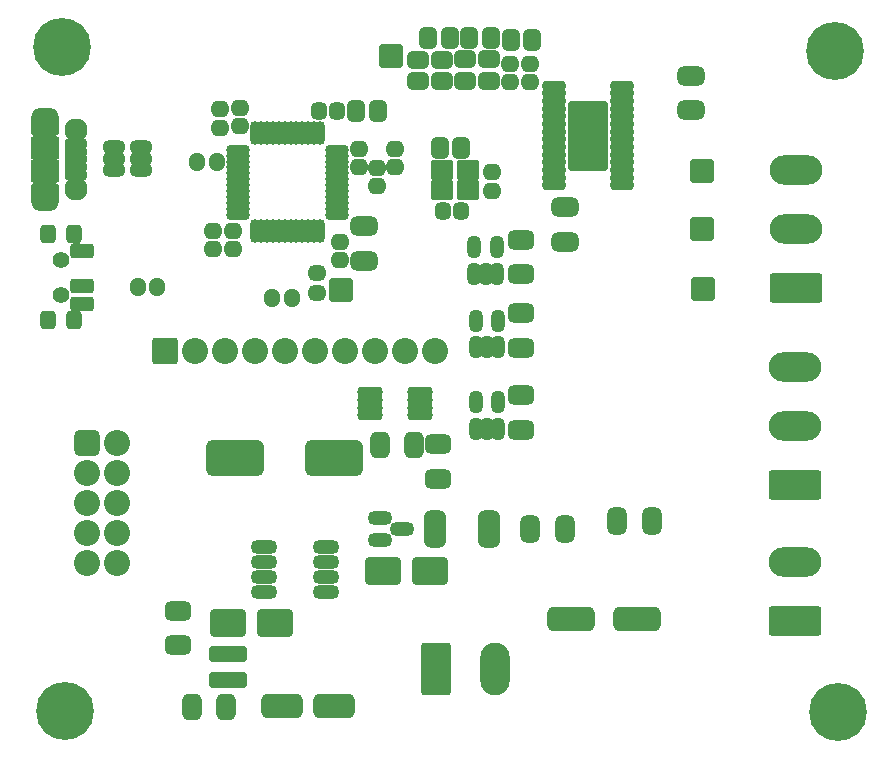
<source format=gbr>
%TF.GenerationSoftware,KiCad,Pcbnew,(6.0.5)*%
%TF.CreationDate,2022-05-23T21:52:17-04:00*%
%TF.ProjectId,HVAC_STM32_Motor_Controller,48564143-5f53-4544-9d33-325f4d6f746f,rev?*%
%TF.SameCoordinates,Original*%
%TF.FileFunction,Soldermask,Top*%
%TF.FilePolarity,Negative*%
%FSLAX46Y46*%
G04 Gerber Fmt 4.6, Leading zero omitted, Abs format (unit mm)*
G04 Created by KiCad (PCBNEW (6.0.5)) date 2022-05-23 21:52:17*
%MOMM*%
%LPD*%
G01*
G04 APERTURE LIST*
G04 Aperture macros list*
%AMRoundRect*
0 Rectangle with rounded corners*
0 $1 Rounding radius*
0 $2 $3 $4 $5 $6 $7 $8 $9 X,Y pos of 4 corners*
0 Add a 4 corners polygon primitive as box body*
4,1,4,$2,$3,$4,$5,$6,$7,$8,$9,$2,$3,0*
0 Add four circle primitives for the rounded corners*
1,1,$1+$1,$2,$3*
1,1,$1+$1,$4,$5*
1,1,$1+$1,$6,$7*
1,1,$1+$1,$8,$9*
0 Add four rect primitives between the rounded corners*
20,1,$1+$1,$2,$3,$4,$5,0*
20,1,$1+$1,$4,$5,$6,$7,0*
20,1,$1+$1,$6,$7,$8,$9,0*
20,1,$1+$1,$8,$9,$2,$3,0*%
G04 Aperture macros list end*
%ADD10RoundRect,0.504000X0.625000X-0.312500X0.625000X0.312500X-0.625000X0.312500X-0.625000X-0.312500X0*%
%ADD11RoundRect,0.504000X-0.600000X-0.600000X0.600000X-0.600000X0.600000X0.600000X-0.600000X0.600000X0*%
%ADD12C,2.208000*%
%ADD13RoundRect,0.254000X-0.750000X-0.750000X0.750000X-0.750000X0.750000X0.750000X-0.750000X0.750000X0*%
%ADD14RoundRect,0.504000X-0.650000X0.325000X-0.650000X-0.325000X0.650000X-0.325000X0.650000X0.325000X0*%
%ADD15RoundRect,0.404000X-0.512500X-0.150000X0.512500X-0.150000X0.512500X0.150000X-0.512500X0.150000X0*%
%ADD16RoundRect,0.504000X0.650000X-0.325000X0.650000X0.325000X-0.650000X0.325000X-0.650000X-0.325000X0*%
%ADD17RoundRect,0.504000X-0.262500X-0.450000X0.262500X-0.450000X0.262500X0.450000X-0.262500X0.450000X0*%
%ADD18RoundRect,0.454000X0.200000X0.275000X-0.200000X0.275000X-0.200000X-0.275000X0.200000X-0.275000X0*%
%ADD19RoundRect,0.479000X-0.250000X0.225000X-0.250000X-0.225000X0.250000X-0.225000X0.250000X0.225000X0*%
%ADD20RoundRect,0.504000X0.262500X0.450000X-0.262500X0.450000X-0.262500X-0.450000X0.262500X-0.450000X0*%
%ADD21RoundRect,0.472750X-0.256250X0.218750X-0.256250X-0.218750X0.256250X-0.218750X0.256250X0.218750X0*%
%ADD22RoundRect,0.504000X-0.450000X0.262500X-0.450000X-0.262500X0.450000X-0.262500X0.450000X0.262500X0*%
%ADD23RoundRect,0.472750X0.218750X0.256250X-0.218750X0.256250X-0.218750X-0.256250X0.218750X-0.256250X0*%
%ADD24RoundRect,0.254000X-0.700000X-0.600000X0.700000X-0.600000X0.700000X0.600000X-0.700000X0.600000X0*%
%ADD25RoundRect,0.479000X0.250000X-0.225000X0.250000X0.225000X-0.250000X0.225000X-0.250000X-0.225000X0*%
%ADD26RoundRect,0.504000X1.950000X1.000000X-1.950000X1.000000X-1.950000X-1.000000X1.950000X-1.000000X0*%
%ADD27RoundRect,0.504000X-0.625000X0.312500X-0.625000X-0.312500X0.625000X-0.312500X0.625000X0.312500X0*%
%ADD28RoundRect,0.504000X0.325000X0.650000X-0.325000X0.650000X-0.325000X-0.650000X0.325000X-0.650000X0*%
%ADD29C,4.908000*%
%ADD30RoundRect,0.254000X1.980000X-0.990000X1.980000X0.990000X-1.980000X0.990000X-1.980000X-0.990000X0*%
%ADD31O,4.468000X2.488000*%
%ADD32RoundRect,0.454000X-0.200000X-0.275000X0.200000X-0.275000X0.200000X0.275000X-0.200000X0.275000X0*%
%ADD33RoundRect,0.404000X0.150000X-0.512500X0.150000X0.512500X-0.150000X0.512500X-0.150000X-0.512500X0*%
%ADD34RoundRect,0.254000X-1.250000X-0.900000X1.250000X-0.900000X1.250000X0.900000X-1.250000X0.900000X0*%
%ADD35RoundRect,0.404000X-0.587500X-0.150000X0.587500X-0.150000X0.587500X0.150000X-0.587500X0.150000X0*%
%ADD36RoundRect,0.354000X-0.712500X-0.100000X0.712500X-0.100000X0.712500X0.100000X-0.712500X0.100000X0*%
%ADD37C,1.408000*%
%ADD38RoundRect,0.254000X-0.400000X0.500000X-0.400000X-0.500000X0.400000X-0.500000X0.400000X0.500000X0*%
%ADD39RoundRect,0.254000X-0.750000X0.350000X-0.750000X-0.350000X0.750000X-0.350000X0.750000X0.350000X0*%
%ADD40RoundRect,0.504000X-1.250000X-0.550000X1.250000X-0.550000X1.250000X0.550000X-1.250000X0.550000X0*%
%ADD41RoundRect,0.254000X-0.675000X0.200000X-0.675000X-0.200000X0.675000X-0.200000X0.675000X0.200000X0*%
%ADD42O,2.408000X1.708000*%
%ADD43RoundRect,0.254000X-0.950000X0.600000X-0.950000X-0.600000X0.950000X-0.600000X0.950000X0.600000X0*%
%ADD44RoundRect,0.254000X-0.950000X0.750000X-0.950000X-0.750000X0.950000X-0.750000X0.950000X0.750000X0*%
%ADD45C,1.958000*%
%ADD46RoundRect,0.254000X-0.990000X-1.980000X0.990000X-1.980000X0.990000X1.980000X-0.990000X1.980000X0*%
%ADD47O,2.488000X4.468000*%
%ADD48RoundRect,0.454000X-0.275000X0.200000X-0.275000X-0.200000X0.275000X-0.200000X0.275000X0.200000X0*%
%ADD49RoundRect,0.504000X0.450000X-0.262500X0.450000X0.262500X-0.450000X0.262500X-0.450000X-0.262500X0*%
%ADD50RoundRect,0.479000X0.225000X0.250000X-0.225000X0.250000X-0.225000X-0.250000X0.225000X-0.250000X0*%
%ADD51RoundRect,0.504000X-0.312500X-0.625000X0.312500X-0.625000X0.312500X0.625000X-0.312500X0.625000X0*%
%ADD52RoundRect,0.504000X0.425000X1.075000X-0.425000X1.075000X-0.425000X-1.075000X0.425000X-1.075000X0*%
%ADD53RoundRect,0.354000X0.637500X0.100000X-0.637500X0.100000X-0.637500X-0.100000X0.637500X-0.100000X0*%
%ADD54RoundRect,0.254000X1.425000X2.700000X-1.425000X2.700000X-1.425000X-2.700000X1.425000X-2.700000X0*%
%ADD55RoundRect,0.504000X-0.325000X-0.650000X0.325000X-0.650000X0.325000X0.650000X-0.325000X0.650000X0*%
%ADD56RoundRect,0.254000X0.850000X-0.850000X0.850000X0.850000X-0.850000X0.850000X-0.850000X-0.850000X0*%
%ADD57O,2.208000X2.208000*%
%ADD58RoundRect,0.504000X-1.500000X-0.550000X1.500000X-0.550000X1.500000X0.550000X-1.500000X0.550000X0*%
%ADD59RoundRect,0.404000X0.675000X0.150000X-0.675000X0.150000X-0.675000X-0.150000X0.675000X-0.150000X0*%
%ADD60RoundRect,0.504000X0.312500X0.625000X-0.312500X0.625000X-0.312500X-0.625000X0.312500X-0.625000X0*%
%ADD61RoundRect,0.254000X-1.350000X0.400000X-1.350000X-0.400000X1.350000X-0.400000X1.350000X0.400000X0*%
%ADD62RoundRect,0.329000X0.662500X0.075000X-0.662500X0.075000X-0.662500X-0.075000X0.662500X-0.075000X0*%
%ADD63RoundRect,0.329000X0.075000X0.662500X-0.075000X0.662500X-0.075000X-0.662500X0.075000X-0.662500X0*%
G04 APERTURE END LIST*
D10*
%TO.C,R4*%
X112700000Y-118462500D03*
X112700000Y-115537500D03*
%TD*%
D11*
%TO.C,J1*%
X104972500Y-101370000D03*
D12*
X107512500Y-101370000D03*
X104972500Y-103910000D03*
X107512500Y-103910000D03*
X104972500Y-106450000D03*
X107512500Y-106450000D03*
X104972500Y-108990000D03*
X107512500Y-108990000D03*
X104972500Y-111530000D03*
X107512500Y-111530000D03*
%TD*%
D13*
%TO.C,TP7*%
X157010000Y-78295000D03*
%TD*%
D14*
%TO.C,C18*%
X145400000Y-81325000D03*
X145400000Y-84275000D03*
%TD*%
D15*
%TO.C,U3*%
X107212500Y-76300000D03*
X107212500Y-77250000D03*
X107212500Y-78200000D03*
X109487500Y-78200000D03*
X109487500Y-77250000D03*
X109487500Y-76300000D03*
%TD*%
D16*
%TO.C,C1*%
X128400000Y-85925000D03*
X128400000Y-82975000D03*
%TD*%
D17*
%TO.C,R16*%
X140837500Y-67250000D03*
X142662500Y-67250000D03*
%TD*%
D18*
%TO.C,R5*%
X110925000Y-88125000D03*
X109275000Y-88125000D03*
%TD*%
D13*
%TO.C,TP1*%
X130700000Y-68600000D03*
%TD*%
D19*
%TO.C,C8*%
X116237500Y-73075000D03*
X116237500Y-74625000D03*
%TD*%
D20*
%TO.C,R7*%
X136662500Y-76350000D03*
X134837500Y-76350000D03*
%TD*%
D21*
%TO.C,L2*%
X131050000Y-76412500D03*
X131050000Y-77987500D03*
%TD*%
D22*
%TO.C,R20*%
X139000000Y-68837500D03*
X139000000Y-70662500D03*
%TD*%
D23*
%TO.C,D1*%
X126137500Y-73200000D03*
X124562500Y-73200000D03*
%TD*%
D24*
%TO.C,Y1*%
X135050000Y-79950000D03*
X137250000Y-79950000D03*
X137250000Y-78250000D03*
X135050000Y-78250000D03*
%TD*%
D25*
%TO.C,C6*%
X117337500Y-84925000D03*
X117337500Y-83375000D03*
%TD*%
D26*
%TO.C,C7*%
X125900000Y-102600000D03*
X117500000Y-102600000D03*
%TD*%
D25*
%TO.C,C4*%
X115637500Y-84925000D03*
X115637500Y-83375000D03*
%TD*%
D27*
%TO.C,R13*%
X134700000Y-101437500D03*
X134700000Y-104362500D03*
%TD*%
D28*
%TO.C,C14*%
X145400000Y-108600000D03*
X142450000Y-108600000D03*
%TD*%
D13*
%TO.C,TP6*%
X157010000Y-83195000D03*
%TD*%
D25*
%TO.C,C10*%
X129500000Y-79575000D03*
X129500000Y-78025000D03*
%TD*%
D29*
%TO.C,H2*%
X168300000Y-68100000D03*
%TD*%
D30*
%TO.C,J9*%
X164900000Y-116400000D03*
D31*
X164900000Y-111400000D03*
%TD*%
D32*
%TO.C,R6*%
X120625000Y-89050000D03*
X122275000Y-89050000D03*
%TD*%
D33*
%TO.C,U8*%
X137850000Y-93237500D03*
X138800000Y-93237500D03*
X139750000Y-93237500D03*
X139750000Y-90962500D03*
X137850000Y-90962500D03*
%TD*%
D17*
%TO.C,R19*%
X137337500Y-67000000D03*
X139162500Y-67000000D03*
%TD*%
D34*
%TO.C,D3*%
X130000000Y-112200000D03*
X134000000Y-112200000D03*
%TD*%
D35*
%TO.C,Q1*%
X129762500Y-107650000D03*
X129762500Y-109550000D03*
X131637500Y-108600000D03*
%TD*%
D36*
%TO.C,U7*%
X128887500Y-97025000D03*
X128887500Y-97675000D03*
X128887500Y-98325000D03*
X128887500Y-98975000D03*
X133112500Y-98975000D03*
X133112500Y-98325000D03*
X133112500Y-97675000D03*
X133112500Y-97025000D03*
%TD*%
D33*
%TO.C,U5*%
X137750000Y-87037500D03*
X138700000Y-87037500D03*
X139650000Y-87037500D03*
X139650000Y-84762500D03*
X137750000Y-84762500D03*
%TD*%
D37*
%TO.C,SW1*%
X102770000Y-88800000D03*
D38*
X101670000Y-83650000D03*
X103880000Y-83650000D03*
D37*
X102770000Y-85800000D03*
D38*
X103880000Y-90950000D03*
X101670000Y-90950000D03*
D39*
X104530000Y-85050000D03*
X104530000Y-88050000D03*
X104530000Y-89550000D03*
%TD*%
D40*
%TO.C,C5*%
X121500000Y-123600000D03*
X125900000Y-123600000D03*
%TD*%
D22*
%TO.C,R9*%
X133000000Y-68887500D03*
X133000000Y-70712500D03*
%TD*%
D41*
%TO.C,J5*%
X104062500Y-76025000D03*
X104062500Y-76675000D03*
X104062500Y-77325000D03*
X104062500Y-77975000D03*
X104062500Y-78625000D03*
D42*
X101362500Y-80825000D03*
D43*
X101362500Y-74425000D03*
X101362500Y-80225000D03*
D44*
X101362500Y-76325000D03*
D42*
X101362500Y-73825000D03*
D45*
X104062500Y-79825000D03*
D44*
X101362500Y-78325000D03*
D45*
X104062500Y-74825000D03*
%TD*%
D29*
%TO.C,H3*%
X168500000Y-124100000D03*
%TD*%
D25*
%TO.C,C12*%
X139250000Y-79975000D03*
X139250000Y-78425000D03*
%TD*%
D46*
%TO.C,J3*%
X134535000Y-120500000D03*
D47*
X139535000Y-120500000D03*
%TD*%
D17*
%TO.C,R1*%
X127737500Y-73262500D03*
X129562500Y-73262500D03*
%TD*%
D48*
%TO.C,R8*%
X124400000Y-86975000D03*
X124400000Y-88625000D03*
%TD*%
D10*
%TO.C,R15*%
X141700000Y-93262500D03*
X141700000Y-90337500D03*
%TD*%
D25*
%TO.C,C16*%
X142500000Y-70775000D03*
X142500000Y-69225000D03*
%TD*%
D17*
%TO.C,R14*%
X133837500Y-67000000D03*
X135662500Y-67000000D03*
%TD*%
D18*
%TO.C,R2*%
X115925000Y-77550000D03*
X114275000Y-77550000D03*
%TD*%
D49*
%TO.C,R17*%
X135000000Y-70712500D03*
X135000000Y-68887500D03*
%TD*%
D29*
%TO.C,H4*%
X103100000Y-124000000D03*
%TD*%
D30*
%TO.C,J4*%
X164920000Y-104890000D03*
D31*
X164920000Y-99890000D03*
X164920000Y-94890000D03*
%TD*%
D50*
%TO.C,C11*%
X136625000Y-81650000D03*
X135075000Y-81650000D03*
%TD*%
D13*
%TO.C,TP4*%
X157110000Y-88295000D03*
%TD*%
D19*
%TO.C,C9*%
X127950000Y-76425000D03*
X127950000Y-77975000D03*
%TD*%
D13*
%TO.C,TP5*%
X126500000Y-88400000D03*
%TD*%
D30*
%TO.C,J6*%
X165010000Y-88195000D03*
D31*
X165010000Y-83195000D03*
X165010000Y-78195000D03*
%TD*%
D51*
%TO.C,R12*%
X129737500Y-101500000D03*
X132662500Y-101500000D03*
%TD*%
D21*
%TO.C,D4*%
X140750000Y-69212500D03*
X140750000Y-70787500D03*
%TD*%
D52*
%TO.C,F1*%
X138950000Y-108600000D03*
X134450000Y-108600000D03*
%TD*%
D53*
%TO.C,U4*%
X150212500Y-79525000D03*
X150212500Y-78875000D03*
X150212500Y-78225000D03*
X150212500Y-77575000D03*
X150212500Y-76925000D03*
X150212500Y-76275000D03*
X150212500Y-75625000D03*
X150212500Y-74975000D03*
X150212500Y-74325000D03*
X150212500Y-73675000D03*
X150212500Y-73025000D03*
X150212500Y-72375000D03*
X150212500Y-71725000D03*
X150212500Y-71075000D03*
X144487500Y-71075000D03*
X144487500Y-71725000D03*
X144487500Y-72375000D03*
X144487500Y-73025000D03*
X144487500Y-73675000D03*
X144487500Y-74325000D03*
X144487500Y-74975000D03*
X144487500Y-75625000D03*
X144487500Y-76275000D03*
X144487500Y-76925000D03*
X144487500Y-77575000D03*
X144487500Y-78225000D03*
X144487500Y-78875000D03*
X144487500Y-79525000D03*
D54*
X147350000Y-75300000D03*
%TD*%
D19*
%TO.C,C3*%
X117937500Y-72975000D03*
X117937500Y-74525000D03*
%TD*%
D34*
%TO.C,D2*%
X116900000Y-116600000D03*
X120900000Y-116600000D03*
%TD*%
D55*
%TO.C,C15*%
X149850000Y-107900000D03*
X152800000Y-107900000D03*
%TD*%
D56*
%TO.C,J2*%
X111575000Y-93500000D03*
D57*
X114115000Y-93500000D03*
X116655000Y-93500000D03*
X119195000Y-93500000D03*
X121735000Y-93500000D03*
X124275000Y-93500000D03*
X126815000Y-93500000D03*
X129355000Y-93500000D03*
X131895000Y-93500000D03*
X134435000Y-93500000D03*
%TD*%
D29*
%TO.C,H1*%
X102800000Y-67800000D03*
%TD*%
D58*
%TO.C,C13*%
X145900000Y-116200000D03*
X151500000Y-116200000D03*
%TD*%
D59*
%TO.C,U2*%
X125225000Y-113905000D03*
X125225000Y-112635000D03*
X125225000Y-111365000D03*
X125225000Y-110095000D03*
X119975000Y-110095000D03*
X119975000Y-111365000D03*
X119975000Y-112635000D03*
X119975000Y-113905000D03*
%TD*%
D60*
%TO.C,R3*%
X116762500Y-123700000D03*
X113837500Y-123700000D03*
%TD*%
D10*
%TO.C,R10*%
X141700000Y-87062500D03*
X141700000Y-84137500D03*
%TD*%
%TO.C,R11*%
X141700000Y-100200000D03*
X141700000Y-97275000D03*
%TD*%
D16*
%TO.C,C17*%
X156100000Y-73175000D03*
X156100000Y-70225000D03*
%TD*%
D61*
%TO.C,L1*%
X116900000Y-119200000D03*
X116900000Y-121400000D03*
%TD*%
D25*
%TO.C,C2*%
X126337500Y-85825000D03*
X126337500Y-84275000D03*
%TD*%
D62*
%TO.C,U1*%
X126100000Y-82000000D03*
X126100000Y-81500000D03*
X126100000Y-81000000D03*
X126100000Y-80500000D03*
X126100000Y-80000000D03*
X126100000Y-79500000D03*
X126100000Y-79000000D03*
X126100000Y-78500000D03*
X126100000Y-78000000D03*
X126100000Y-77500000D03*
X126100000Y-77000000D03*
X126100000Y-76500000D03*
D63*
X124687500Y-75087500D03*
X124187500Y-75087500D03*
X123687500Y-75087500D03*
X123187500Y-75087500D03*
X122687500Y-75087500D03*
X122187500Y-75087500D03*
X121687500Y-75087500D03*
X121187500Y-75087500D03*
X120687500Y-75087500D03*
X120187500Y-75087500D03*
X119687500Y-75087500D03*
X119187500Y-75087500D03*
D62*
X117775000Y-76500000D03*
X117775000Y-77000000D03*
X117775000Y-77500000D03*
X117775000Y-78000000D03*
X117775000Y-78500000D03*
X117775000Y-79000000D03*
X117775000Y-79500000D03*
X117775000Y-80000000D03*
X117775000Y-80500000D03*
X117775000Y-81000000D03*
X117775000Y-81500000D03*
X117775000Y-82000000D03*
D63*
X119187500Y-83412500D03*
X119687500Y-83412500D03*
X120187500Y-83412500D03*
X120687500Y-83412500D03*
X121187500Y-83412500D03*
X121687500Y-83412500D03*
X122187500Y-83412500D03*
X122687500Y-83412500D03*
X123187500Y-83412500D03*
X123687500Y-83412500D03*
X124187500Y-83412500D03*
X124687500Y-83412500D03*
%TD*%
D33*
%TO.C,U6*%
X137850000Y-100175000D03*
X138800000Y-100175000D03*
X139750000Y-100175000D03*
X139750000Y-97900000D03*
X137850000Y-97900000D03*
%TD*%
D22*
%TO.C,R18*%
X137000000Y-68837500D03*
X137000000Y-70662500D03*
%TD*%
G36*
X103780199Y-90152000D02*
G01*
X104345348Y-90152000D01*
X104347080Y-90153000D01*
X104347080Y-90155000D01*
X104346113Y-90155848D01*
X104329202Y-90162853D01*
X104322514Y-90178999D01*
X104329291Y-90195361D01*
X104336220Y-90200110D01*
X104357125Y-90209351D01*
X104358304Y-90210966D01*
X104357496Y-90212795D01*
X104355926Y-90213142D01*
X104279801Y-90198000D01*
X103714655Y-90198000D01*
X103712923Y-90197000D01*
X103712923Y-90195000D01*
X103713890Y-90194152D01*
X103730799Y-90187148D01*
X103737487Y-90171002D01*
X103730710Y-90154640D01*
X103723781Y-90149891D01*
X103702874Y-90140648D01*
X103701695Y-90139033D01*
X103702503Y-90137204D01*
X103704073Y-90136857D01*
X103780199Y-90152000D01*
G37*
G36*
X104358027Y-84387459D02*
G01*
X104358417Y-84389421D01*
X104357335Y-84390606D01*
X104336589Y-84399821D01*
X104324250Y-84412801D01*
X104324692Y-84430270D01*
X104337531Y-84442476D01*
X104345921Y-84444034D01*
X104347442Y-84445333D01*
X104347076Y-84447300D01*
X104345556Y-84448000D01*
X103780199Y-84448000D01*
X103703870Y-84463183D01*
X103701976Y-84462540D01*
X103701586Y-84460578D01*
X103702668Y-84459393D01*
X103723411Y-84450180D01*
X103735750Y-84437200D01*
X103735308Y-84419731D01*
X103722469Y-84407525D01*
X103714074Y-84405966D01*
X103712553Y-84404667D01*
X103712919Y-84402700D01*
X103714439Y-84402000D01*
X104279801Y-84402000D01*
X104356133Y-84386816D01*
X104358027Y-84387459D01*
G37*
G36*
X102390525Y-79312460D02*
G01*
X102390915Y-79314422D01*
X102389833Y-79315607D01*
X102371284Y-79323846D01*
X102370705Y-79324004D01*
X102344381Y-79327095D01*
X102328747Y-79335832D01*
X102323989Y-79352647D01*
X102332580Y-79368020D01*
X102344278Y-79372860D01*
X102370267Y-79375890D01*
X102370844Y-79376048D01*
X102389627Y-79384352D01*
X102390806Y-79385967D01*
X102389998Y-79387796D01*
X102388428Y-79388143D01*
X102312301Y-79373000D01*
X100412699Y-79373000D01*
X100336369Y-79388183D01*
X100334475Y-79387540D01*
X100334085Y-79385578D01*
X100335167Y-79384393D01*
X100353716Y-79376154D01*
X100354295Y-79375996D01*
X100380619Y-79372905D01*
X100396253Y-79364168D01*
X100401011Y-79347353D01*
X100392420Y-79331980D01*
X100380722Y-79327140D01*
X100354733Y-79324110D01*
X100354156Y-79323952D01*
X100335373Y-79315648D01*
X100334194Y-79314033D01*
X100335002Y-79312204D01*
X100336572Y-79311857D01*
X100412699Y-79327000D01*
X102312301Y-79327000D01*
X102388631Y-79311817D01*
X102390525Y-79312460D01*
G37*
G36*
X102390525Y-75262460D02*
G01*
X102390915Y-75264422D01*
X102389833Y-75265607D01*
X102371284Y-75273846D01*
X102370705Y-75274004D01*
X102344381Y-75277095D01*
X102328747Y-75285832D01*
X102323989Y-75302647D01*
X102332580Y-75318020D01*
X102344278Y-75322860D01*
X102370267Y-75325890D01*
X102370844Y-75326048D01*
X102389627Y-75334352D01*
X102390806Y-75335967D01*
X102389998Y-75337796D01*
X102388428Y-75338143D01*
X102312301Y-75323000D01*
X100412699Y-75323000D01*
X100336369Y-75338183D01*
X100334475Y-75337540D01*
X100334085Y-75335578D01*
X100335167Y-75334393D01*
X100353716Y-75326154D01*
X100354295Y-75325996D01*
X100380619Y-75322905D01*
X100396253Y-75314168D01*
X100401011Y-75297353D01*
X100392420Y-75281980D01*
X100380722Y-75277140D01*
X100354733Y-75274110D01*
X100354156Y-75273952D01*
X100335373Y-75265648D01*
X100334194Y-75264033D01*
X100335002Y-75262204D01*
X100336572Y-75261857D01*
X100412699Y-75277000D01*
X102312301Y-75277000D01*
X102388631Y-75261817D01*
X102390525Y-75262460D01*
G37*
M02*

</source>
